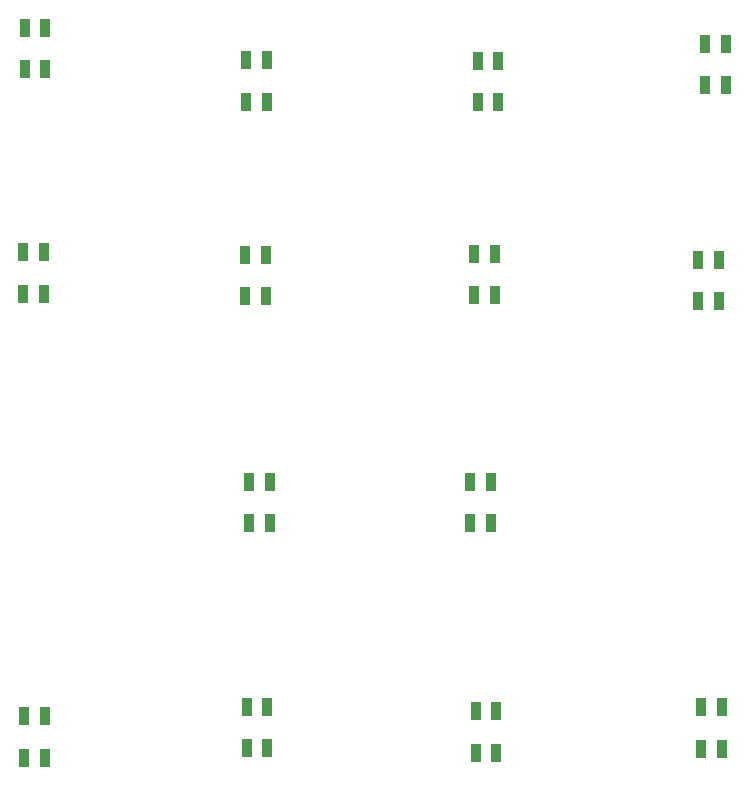
<source format=gbr>
%TF.GenerationSoftware,KiCad,Pcbnew,9.0.6*%
%TF.CreationDate,2025-12-08T11:04:57+13:00*%
%TF.ProjectId,hacropad,68616372-6f70-4616-942e-6b696361645f,rev?*%
%TF.SameCoordinates,Original*%
%TF.FileFunction,Paste,Top*%
%TF.FilePolarity,Positive*%
%FSLAX46Y46*%
G04 Gerber Fmt 4.6, Leading zero omitted, Abs format (unit mm)*
G04 Created by KiCad (PCBNEW 9.0.6) date 2025-12-08 11:04:57*
%MOMM*%
%LPD*%
G01*
G04 APERTURE LIST*
%ADD10R,0.850000X1.600000*%
G04 APERTURE END LIST*
D10*
%TO.C,D13*%
X136720000Y-49340000D03*
X138470000Y-49340000D03*
X138470000Y-45840000D03*
X136720000Y-45840000D03*
%TD*%
%TO.C,D11*%
X175590000Y-47930000D03*
X177340000Y-47930000D03*
X177340000Y-44430000D03*
X175590000Y-44430000D03*
%TD*%
%TO.C,D19*%
X155700000Y-85010000D03*
X157450000Y-85010000D03*
X157450000Y-81510000D03*
X155700000Y-81510000D03*
%TD*%
%TO.C,D21*%
X119700000Y-101390000D03*
X117950000Y-101390000D03*
X117950000Y-104890000D03*
X119700000Y-104890000D03*
%TD*%
%TO.C,D15*%
X119580000Y-62090000D03*
X117830000Y-62090000D03*
X117830000Y-65590000D03*
X119580000Y-65590000D03*
%TD*%
%TO.C,D12*%
X156330000Y-49390000D03*
X158080000Y-49390000D03*
X158080000Y-45890000D03*
X156330000Y-45890000D03*
%TD*%
%TO.C,D18*%
X176740000Y-62720000D03*
X174990000Y-62720000D03*
X174990000Y-66220000D03*
X176740000Y-66220000D03*
%TD*%
%TO.C,D24*%
X177030000Y-100620000D03*
X175280000Y-100620000D03*
X175280000Y-104120000D03*
X177030000Y-104120000D03*
%TD*%
%TO.C,D20*%
X138520000Y-100580000D03*
X136770000Y-100580000D03*
X136770000Y-104080000D03*
X138520000Y-104080000D03*
%TD*%
%TO.C,D22*%
X136990000Y-85010000D03*
X138740000Y-85010000D03*
X138740000Y-81510000D03*
X136990000Y-81510000D03*
%TD*%
%TO.C,D17*%
X157780000Y-62230000D03*
X156030000Y-62230000D03*
X156030000Y-65730000D03*
X157780000Y-65730000D03*
%TD*%
%TO.C,D16*%
X138420000Y-62330000D03*
X136670000Y-62330000D03*
X136670000Y-65830000D03*
X138420000Y-65830000D03*
%TD*%
%TO.C,D14*%
X117990000Y-46570000D03*
X119740000Y-46570000D03*
X119740000Y-43070000D03*
X117990000Y-43070000D03*
%TD*%
%TO.C,D23*%
X157920000Y-100950000D03*
X156170000Y-100950000D03*
X156170000Y-104450000D03*
X157920000Y-104450000D03*
%TD*%
M02*

</source>
